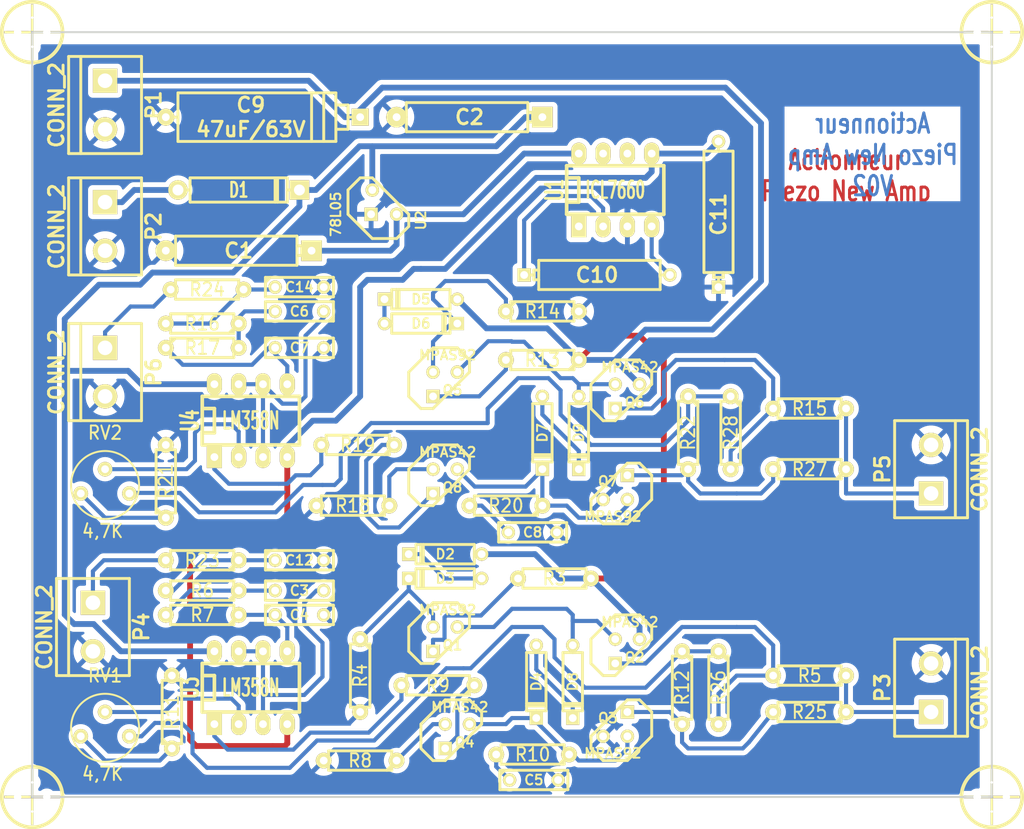
<source format=kicad_pcb>
(kicad_pcb (version 20221018) (generator pcbnew)
  (title_block (title "Actionneur_piezo"))
  (layers (0 "F.Cu" power "Composant") (31 "B.Cu" signal "Cuivre") (34 "B.Paste" user) (35 "F.Paste" user) (36 "B.SilkS" user "B.Silkscreen") (37 "F.SilkS" user "F.Silkscreen") (38 "B.Mask" user) (39 "F.Mask" user) (44 "Edge.Cuts" user))
  (net 0 "")
  (net 1 "+12V")
  (net 2 "-VAA")
  (net 3 "/12Vext")
  (net 4 "/ampli_h1")
  (net 5 "/ampli_h2")
  (net 6 "/ampli_h3")
  (net 7 "/ampli_h4")
  (net 8 "/ampli_h5")
  (net 9 "/ampli_h6")
  (net 10 "/ampli_h7")
  (net 11 "/ampli_h8")
  (net 12 "GND")
  (net 13 "HT")
  (net 14 "N-000005")
  (net 15 "N-000010")
  (net 16 "N-000011")
  (net 17 "N-000012")
  (net 18 "N-000013")
  (net 19 "N-000014")
  (net 20 "N-000015")
  (net 21 "N-000016")
  (net 22 "N-000017")
  (net 23 "N-000018")
  (net 24 "N-000019")
  (net 25 "N-000020")
  (net 26 "N-000021")
  (net 27 "N-000022")
  (net 28 "N-000023")
  (net 29 "N-000024")
  (net 30 "N-000025")
  (net 31 "N-000026")
  (net 32 "N-000027")
  (net 33 "N-000032")
  (net 34 "N-000033")
  (net 35 "N-000034")
  (net 36 "N-000035")
  (net 37 "N-000036")
  (net 38 "N-000037")
  (net 39 "N-000038")
  (net 40 "N-000039")
  (net 41 "N-000040")
  (net 42 "N-000041")
  (net 43 "N-000042")
  (net 44 "N-000043")
  (net 45 "N-000044")
  (net 46 "N-000045")
  (net 47 "N-000046")
  (net 48 "N-000047")
  (net 49 "N-000048")
  (net 50 "VCC")
  (footprint "bornier2" (layer "F.Cu") (at 95.885 59.436 -90)
    (fp_text reference "P1")
    (fp_text value "CONN_2")
  )
  (footprint "bornier2" (layer "F.Cu") (at 182.245 120.396 90)
    (fp_text reference "P3")
    (fp_text value "CONN_2")
  )
  (footprint "C2" (layer "F.Cu") (at 140.589 104.14)
    (fp_text reference "C8")
    (fp_text value "820pF" hide)
  )
  (footprint "C2" (layer "F.Cu") (at 116.205 112.776)
    (fp_text reference "C4")
    (fp_text value "4,7nF" hide)
  )
  (footprint "CP6" (layer "F.Cu") (at 133.985 60.706 180)
    (fp_text reference "C2")
    (fp_text value "47uF/20V" hide)
  )
  (footprint "CP8" (layer "F.Cu") (at 112.395 60.706 180)
    (fp_text reference "C9")
    (fp_text value "47uF/63V")
  )
  (footprint "C2" (layer "F.Cu") (at 140.716 130.048)
    (fp_text reference "C5")
    (fp_text value "820pF" hide)
  )
  (footprint "C2" (layer "F.Cu") (at 116.205 110.236 180)
    (fp_text reference "C3")
    (fp_text value "15nF" hide)
  )
  (footprint "C2" (layer "F.Cu") (at 116.205 81.026 180)
    (fp_text reference "C6")
    (fp_text value "15nF" hide)
  )
  (footprint "CP6" (layer "F.Cu") (at 109.855 74.676 180)
    (fp_text reference "C1")
    (fp_text value "47uF" hide)
  )
  (footprint "C2" (layer "F.Cu") (at 116.205 84.836)
    (fp_text reference "C7")
    (fp_text value "4,7nF" hide)
  )
  (footprint "D3" (layer "F.Cu") (at 128.905 82.296)
    (fp_text reference "D6")
    (fp_text value "1N4148" hide)
  )
  (footprint "D3" (layer "F.Cu") (at 140.97 119.761 -90)
    (fp_text reference "D4")
    (fp_text value "1N4148" hide)
  )
  (footprint "D3" (layer "F.Cu") (at 131.445 108.966 180)
    (fp_text reference "D3")
    (fp_text value "1N4148" hide)
  )
  (footprint "D3" (layer "F.Cu") (at 131.445 106.426 180)
    (fp_text reference "D2")
    (fp_text value "1N4148" hide)
  )
  (footprint "D5" (layer "F.Cu") (at 109.855 68.326)
    (fp_text reference "D1")
    (fp_text value "1N4007" hide)
  )
  (footprint "D3" (layer "F.Cu") (at 141.605 93.726 -90)
    (fp_text reference "D7")
    (fp_text value "1N4148" hide)
  )
  (footprint "D3" (layer "F.Cu") (at 128.905 79.756 180)
    (fp_text reference "D5")
    (fp_text value "1N4148" hide)
  )
  (footprint "LM78LXX" (layer "F.Cu") (at 125.095 69.596 90)
    (fp_text reference "U2")
    (fp_text value "78L05")
  )
  (footprint "R3-LARGE_PADS" (layer "F.Cu") (at 156.21 120.396 -90)
    (fp_text reference "R12")
    (fp_text value "220K" hide)
  )
  (footprint "R3-LARGE_PADS" (layer "F.Cu") (at 106.045 84.836)
    (fp_text reference "R17")
    (fp_text value "22K" hide)
  )
  (footprint "R3-LARGE_PADS" (layer "F.Cu") (at 142.875 108.966 180)
    (fp_text reference "R3")
    (fp_text value "470" hide)
  )
  (footprint "R3-LARGE_PADS" (layer "F.Cu") (at 121.793 101.346 180)
    (fp_text reference "R18")
    (fp_text value "1K" hide)
  )
  (footprint "R3-LARGE_PADS" (layer "F.Cu") (at 169.545 119.126 180)
    (fp_text reference "R5")
    (fp_text value "47" hide)
  )
  (footprint "R3-LARGE_PADS" (layer "F.Cu") (at 122.555 128.016 180)
    (fp_text reference "R8")
    (fp_text value "1K" hide)
  )
  (footprint "R3-LARGE_PADS" (layer "F.Cu") (at 141.605 86.106 180)
    (fp_text reference "R13")
    (fp_text value "470" hide)
  )
  (footprint "R3-LARGE_PADS" (layer "F.Cu") (at 156.845 93.726 -90)
    (fp_text reference "R22")
    (fp_text value "220K" hide)
  )
  (footprint "R3-LARGE_PADS" (layer "F.Cu") (at 102.87 122.936 90)
    (fp_text reference "R11")
    (fp_text value "4,7K" hide)
  )
  (footprint "R3-LARGE_PADS" (layer "F.Cu") (at 106.045 110.236 180)
    (fp_text reference "R6")
    (fp_text value "22K" hide)
  )
  (footprint "R3-LARGE_PADS" (layer "F.Cu") (at 102.235 98.806 90)
    (fp_text reference "R21")
    (fp_text value "4,7K" hide)
  )
  (footprint "R3-LARGE_PADS" (layer "F.Cu") (at 106.045 82.296 180)
    (fp_text reference "R16")
    (fp_text value "22K" hide)
  )
  (footprint "R3-LARGE_PADS" (layer "F.Cu") (at 122.301 94.996 180)
    (fp_text reference "R19")
    (fp_text value "1K" hide)
  )
  (footprint "R3-LARGE_PADS" (layer "F.Cu") (at 140.589 127.381 180)
    (fp_text reference "R10")
    (fp_text value "5,6K" hide)
  )
  (footprint "R3-LARGE_PADS" (layer "F.Cu") (at 137.795 101.346 180)
    (fp_text reference "R20")
    (fp_text value "5,6K" hide)
  )
  (footprint "R3-LARGE_PADS" (layer "F.Cu") (at 122.555 119.126 -90)
    (fp_text reference "R4")
    (fp_text value "220K" hide)
  )
  (footprint "R3-LARGE_PADS" (layer "F.Cu") (at 106.045 112.776 180)
    (fp_text reference "R7")
    (fp_text value "22K" hide)
  )
  (footprint "TO92-CBE" (layer "F.Cu") (at 149.225 124.206 180)
    (fp_text reference "Q3")
    (fp_text value "MPAS92")
  )
  (footprint "TO92-CBE" (layer "F.Cu") (at 131.445 88.646)
    (fp_text reference "Q5")
    (fp_text value "MPAS92")
  )
  (footprint "TO92-CBE" (layer "F.Cu") (at 149.225 99.441 180)
    (fp_text reference "Q7")
    (fp_text value "MPAS92")
  )
  (footprint "TO92-CBE" (layer "F.Cu") (at 150.495 89.916)
    (fp_text reference "Q6")
    (fp_text value "MPAS42")
  )
  (footprint "TO92-CBE" (layer "F.Cu") (at 131.445 115.316)
    (fp_text reference "Q1")
    (fp_text value "MPAS92")
  )
  (footprint "TO92-CBE" (layer "F.Cu") (at 150.495 116.586)
    (fp_text reference "Q2")
    (fp_text value "MPAS42")
  )
  (footprint "TO92-CBE" (layer "F.Cu") (at 132.715 125.476)
    (fp_text reference "Q4")
    (fp_text value "MPAS42")
  )
  (footprint "TO92-CBE" (layer "F.Cu") (at 131.445 98.806)
    (fp_text reference "Q8")
    (fp_text value "MPAS42")
  )
  (footprint "bornier2" (layer "F.Cu") (at 95.885 72.136 -90)
    (fp_text reference "P2")
    (fp_text value "CONN_2")
  )
  (footprint "DIP-8__300_ELL" (layer "F.Cu") (at 149.225 68.326)
    (fp_text reference "U1")
    (fp_text value "ICL7660")
  )
  (footprint "DIP-8__300_ELL" (layer "F.Cu") (at 111.125 92.456)
    (fp_text reference "U4")
    (fp_text value "LM358N")
  )
  (footprint "bornier2" (layer "F.Cu") (at 94.615 114.046 -90)
    (fp_text reference "P4")
    (fp_text value "CONN_2")
  )
  (footprint "bornier2" (layer "F.Cu") (at 182.245 97.536 90)
    (fp_text reference "P5")
    (fp_text value "CONN_2")
  )
  (footprint "bornier2" (layer "F.Cu") (at 95.885 87.376 -90)
    (fp_text reference "P6")
    (fp_text value "CONN_2")
  )
  (footprint "DIP-8__300_ELL" (layer "F.Cu") (at 111.125 120.396)
    (fp_text reference "U3")
    (fp_text value "LM358N")
  )
  (footprint "R3-LARGE_PADS" (layer "F.Cu") (at 130.683 120.142 180)
    (fp_text reference "R9")
    (fp_text value "1K" hide)
  )
  (footprint "R3-LARGE_PADS" (layer "F.Cu") (at 169.545 91.186 180)
    (fp_text reference "R15")
    (fp_text value "47" hide)
  )
  (footprint "RV2" (layer "F.Cu") (at 95.885 124.206)
    (fp_text reference "RV1")
    (fp_text value "4,7K")
  )
  (footprint "RV2" (layer "F.Cu") (at 95.885 98.806)
    (fp_text reference "RV2")
    (fp_text value "4,7K")
  )
  (footprint "MIRE" (layer "F.Cu") (at 188.595 51.816)
    (fp_text reference "MIRE" hide)
    (fp_text value "*" hide)
  )
  (footprint "MIRE" (layer "F.Cu") (at 88.265 51.816)
    (fp_text reference "MIRE" hide)
    (fp_text value "*" hide)
  )
  (footprint "MIRE" (layer "F.Cu") (at 88.265 131.826)
    (fp_text reference "MIRE" hide)
    (fp_text value "*" hide)
  )
  (footprint "MIRE" (layer "F.Cu") (at 188.595 131.826)
    (fp_text reference "MIRE" hide)
    (fp_text value "*" hide)
  )
  (footprint "CP6" (layer "F.Cu") (at 147.32 77.216)
    (fp_text reference "C10")
    (fp_text value "10uF" hide)
  )
  (footprint "CP6" (layer "F.Cu") (at 160.02 70.866 90)
    (fp_text reference "C11")
    (fp_text value "10uF" hide)
  )
  (footprint "R3-LARGE_PADS" (layer "F.Cu") (at 141.605 81.026)
    (fp_text reference "R14")
    (fp_text value "220K" hide)
  )
  (footprint "C2" (layer "F.Cu") (at 116.205 78.486)
    (fp_text reference "C14")
    (fp_text value "150nF" hide)
  )
  (footprint "C2" (layer "F.Cu") (at 116.205 107.061)
    (fp_text reference "C12")
    (fp_text value "150nF" hide)
  )
  (footprint "R3-LARGE_PADS" (layer "F.Cu") (at 106.045 107.061 180)
    (fp_text reference "R23")
    (fp_text value "1K" hide)
  )
  (footprint "R3-LARGE_PADS" (layer "F.Cu") (at 106.553 78.74 180)
    (fp_text reference "R24")
    (fp_text value "1K" hide)
  )
  (footprint "D3" (layer "F.Cu") (at 145.415 93.726 -90)
    (fp_text reference "D9")
    (fp_text value "1N4148" hide)
  )
  (footprint "D3" (layer "F.Cu") (at 144.78 119.761 -90)
    (fp_text reference "D8")
    (fp_text value "1N4148" hide)
  )
  (footprint "R3-LARGE_PADS" (layer "F.Cu") (at 169.545 122.936 180)
    (fp_text reference "R25")
    (fp_text value "47" hide)
  )
  (footprint "R3-LARGE_PADS" (layer "F.Cu") (at 160.02 120.396 -90)
    (fp_text reference "R26")
    (fp_text value "220K" hide)
  )
  (footprint "R3-LARGE_PADS" (layer "F.Cu") (at 169.545 97.536 180)
    (fp_text reference "R27")
    (fp_text value "47" hide)
  )
  (footprint "R3-LARGE_PADS" (layer "F.Cu") (at 161.29 93.726 -90)
    (fp_text reference "R28")
    (fp_text value "220K" hide)
  )
  (gr_line (start 88.265 131.826) (end 88.265 51.816) (stroke (width 0.2032)) (layer "Edge.Cuts"))
  (gr_line (start 88.265 51.816) (end 188.595 51.816) (stroke (width 0.2032)) (layer "Edge.Cuts"))
  (gr_line (start 188.595 131.826) (end 88.265 131.826) (stroke (width 0.2032)) (layer "Edge.Cuts"))
  (gr_line (start 188.595 51.816) (end 188.595 131.826) (stroke (width 0.2032)) (layer "Edge.Cuts"))
  (gr_text "Actionneur\nPiezo New Amp\nV02" (at 173.355 68.453) (layer "F.Cu") (effects (font (size 2.032 1.524) (thickness 0.3048))))
  (gr_text "Actionneur\nPiezo New Amp\nV02" (at 176.149 64.643) (layer "B.Cu") (effects (font (size 2.032 1.524) (thickness 0.3048)) (justify mirror)))
  (segment (start 91.6686 112.75314) (end 91.6686 87.249) (width 0.6096) (layer "B.Cu") (net 1))
  (segment (start 136.78916 63.74892) (end 139.83208 60.706) (width 0.6096) (layer "B.Cu") (net 1))
  (segment (start 122.4915 63.74892) (end 123.825 63.74892) (width 0.6096) (layer "B.Cu") (net 1))
  (segment (start 116.205 68.326) (end 117.91442 68.326) (width 0.6096) (layer "B.Cu") (net 1))
  (segment (start 123.825 68.326) (end 123.825 63.74892) (width 0.6096) (layer "B.Cu") (net 1))
  (segment (start 91.6686 81.8134) (end 95.25 78.232) (width 0.6096) (layer "B.Cu") (net 1))
  (segment (start 116.205 68.326) (end 116.205 70.03542) (width 0.6096) (layer "B.Cu") (net 1))
  (segment (start 141.605 60.706) (end 139.83208 60.706) (width 0.6096) (layer "B.Cu") (net 1))
  (segment (start 100.838 76.962) (end 109.27842 76.962) (width 0.6096) (layer "B.Cu") (net 1))
  (segment (start 91.6686 85.4837) (end 91.6686 81.8134) (width 0.6096) (layer "B.Cu") (net 1))
  (segment (start 117.91442 68.326) (end 122.4915 63.74892) (width 0.6096) (layer "B.Cu") (net 1))
  (segment (start 107.315 116.586) (end 97.54108 116.586) (width 0.6096) (layer "B.Cu") (net 1))
  (segment (start 99.695 88.646) (end 107.315 88.646) (width 0.6096) (layer "B.Cu") (net 1))
  (segment (start 91.6686 87.249) (end 98.298 87.249) (width 0.6096) (layer "B.Cu") (net 1))
  (segment (start 123.825 63.74892) (end 136.78916 63.74892) (width 0.6096) (layer "B.Cu") (net 1))
  (segment (start 116.205 70.03542) (end 109.27842 76.962) (width 0.6096) (layer "B.Cu") (net 1))
  (segment (start 98.298 87.249) (end 99.695 88.646) (width 0.6096) (layer "B.Cu") (net 1))
  (segment (start 95.25 78.232) (end 99.568 78.232) (width 0.6096) (layer "B.Cu") (net 1))
  (segment (start 92.64904 113.73358) (end 91.6686 112.75314) (width 0.6096) (layer "B.Cu") (net 1))
  (segment (start 94.68866 113.73358) (end 92.64904 113.73358) (width 0.6096) (layer "B.Cu") (net 1))
  (segment (start 99.568 78.232) (end 100.838 76.962) (width 0.6096) (layer "B.Cu") (net 1))
  (segment (start 91.6686 87.249) (end 91.6686 85.4837) (width 0.6096) (layer "B.Cu") (net 1))
  (segment (start 97.54108 116.586) (end 94.68866 113.73358) (width 0.6096) (layer "B.Cu") (net 1))
  (segment (start 114.935 96.266) (end 114.935 102.108) (width 0.6096) (layer "F.Cu") (net 2))
  (segment (start 105.41 126.492) (end 104.775 125.857) (width 0.6096) (layer "F.Cu") (net 2))
  (segment (start 112.776 104.521) (end 107.061 104.521) (width 0.6096) (layer "F.Cu") (net 2))
  (segment (start 107.061 104.521) (end 104.775 106.807) (width 0.6096) (layer "F.Cu") (net 2))
  (segment (start 104.775 106.807) (end 104.775 109.601) (width 0.6096) (layer "F.Cu") (net 2))
  (segment (start 114.681 126.492) (end 114.935 126.238) (width 0.6096) (layer "F.Cu") (net 2))
  (segment (start 113.411 126.492) (end 105.41 126.492) (width 0.6096) (layer "F.Cu") (net 2))
  (segment (start 104.775 109.601) (end 104.775 125.857) (width 0.6096) (layer "F.Cu") (net 2))
  (segment (start 114.935 102.362) (end 112.776 104.521) (width 0.6096) (layer "F.Cu") (net 2))
  (segment (start 114.935 126.238) (end 114.935 124.206) (width 0.6096) (layer "F.Cu") (net 2))
  (segment (start 113.411 126.492) (end 114.681 126.492) (width 0.6096) (layer "F.Cu") (net 2))
  (segment (start 114.935 102.108) (end 114.935 102.362) (width 0.6096) (layer "F.Cu") (net 2))
  (segment (start 128.143 76.581) (end 127 77.724) (width 0.6096) (layer "B.Cu") (net 2))
  (segment (start 120.015 92.456) (end 122.555 89.916) (width 0.6096) (layer "B.Cu") (net 2))
  (segment (start 123.317 77.724) (end 122.555 78.486) (width 0.6096) (layer "B.Cu") (net 2))
  (segment (start 127 77.724) (end 123.317 77.724) (width 0.6096) (layer "B.Cu") (net 2))
  (segment (start 153.035 64.516) (end 158.75 64.516) (width 0.6096) (layer "B.Cu") (net 2))
  (segment (start 153.035 66.421) (end 153.035 64.516) (width 0.6096) (layer "B.Cu") (net 2))
  (segment (start 140.97 67.056) (end 152.4 67.056) (width 0.6096) (layer "B.Cu") (net 2))
  (segment (start 152.4 67.056) (end 153.035 66.421) (width 0.6096) (layer "B.Cu") (net 2))
  (segment (start 131.445 76.581) (end 140.97 67.056) (width 0.6096) (layer "B.Cu") (net 2))
  (segment (start 158.75 64.516) (end 160.02 63.246) (width 0.6096) (layer "B.Cu") (net 2))
  (segment (start 122.555 89.916) (end 122.555 78.486) (width 0.6096) (layer "B.Cu") (net 2))
  (segment (start 114.935 96.266) (end 114.935 95.123) (width 0.6096) (layer "B.Cu") (net 2))
  (segment (start 128.905 76.581) (end 128.143 76.581) (width 0.6096) (layer "B.Cu") (net 2))
  (segment (start 117.602 92.456) (end 120.015 92.456) (width 0.6096) (layer "B.Cu") (net 2))
  (segment (start 128.905 76.581) (end 131.445 76.581) (width 0.6096) (layer "B.Cu") (net 2))
  (segment (start 114.935 95.123) (end 117.602 92.456) (width 0.6096) (layer "B.Cu") (net 2))
  (segment (start 98.92792 68.326) (end 97.65792 69.596) (width 0.6096) (layer "B.Cu") (net 3))
  (segment (start 103.505 68.326) (end 98.92792 68.326) (width 0.6096) (layer "B.Cu") (net 3))
  (segment (start 95.885 69.596) (end 97.65792 69.596) (width 0.6096) (layer "B.Cu") (net 3))
  (segment (start 118.745 110.236) (end 117.983 110.236) (width 0.4318) (layer "B.Cu") (net 4))
  (segment (start 116.713 111.506) (end 116.713 112.522) (width 0.4318) (layer "B.Cu") (net 4))
  (segment (start 116.713 112.522) (end 116.713 113.792) (width 0.4318) (layer "B.Cu") (net 4))
  (segment (start 112.395 121.158) (end 112.395 116.586) (width 0.4318) (layer "B.Cu") (net 4))
  (segment (start 118.618 119.253) (end 116.713 121.158) (width 0.4318) (layer "B.Cu") (net 4))
  (segment (start 118.618 115.697) (end 118.618 119.253) (width 0.4318) (layer "B.Cu") (net 4))
  (segment (start 112.395 116.586) (end 109.855 116.586) (width 0.4318) (layer "B.Cu") (net 4))
  (segment (start 117.983 110.236) (end 116.713 111.506) (width 0.4318) (layer "B.Cu") (net 4))
  (segment (start 116.713 113.792) (end 118.618 115.697) (width 0.4318) (layer "B.Cu") (net 4))
  (segment (start 112.395 124.206) (end 112.395 121.158) (width 0.4318) (layer "B.Cu") (net 4))
  (segment (start 116.713 121.158) (end 112.395 121.158) (width 0.4318) (layer "B.Cu") (net 4))
  (segment (start 112.395 88.646) (end 112.395 96.266) (width 0.4318) (layer "B.Cu") (net 5))
  (segment (start 114.427 90.678) (end 112.395 88.646) (width 0.4318) (layer "B.Cu") (net 5))
  (segment (start 116.84 89.916) (end 116.078 90.678) (width 0.4318) (layer "B.Cu") (net 5))
  (segment (start 118.745 81.026) (end 118.745 81.661) (width 0.4318) (layer "B.Cu") (net 5))
  (segment (start 118.745 81.661) (end 116.84 83.566) (width 0.4318) (layer "B.Cu") (net 5))
  (segment (start 116.84 83.566) (end 116.84 89.916) (width 0.4318) (layer "B.Cu") (net 5))
  (segment (start 116.078 90.678) (end 114.427 90.678) (width 0.4318) (layer "B.Cu") (net 5))
  (segment (start 109.855 88.646) (end 112.395 88.646) (width 0.4318) (layer "B.Cu") (net 5))
  (segment (start 173.355 122.936) (end 182.245 122.936) (width 0.4318) (layer "B.Cu") (net 6))
  (segment (start 173.355 122.936) (end 173.355 119.126) (width 0.4318) (layer "B.Cu") (net 6))
  (segment (start 94.615 108.204) (end 95.758 107.061) (width 0.4318) (layer "B.Cu") (net 7))
  (segment (start 95.758 107.061) (end 102.235 107.061) (width 0.4318) (layer "B.Cu") (net 7))
  (segment (start 94.615 111.506) (end 94.615 108.204) (width 0.4318) (layer "B.Cu") (net 7))
  (segment (start 173.355 97.536) (end 173.355 91.186) (width 0.4318) (layer "B.Cu") (net 8))
  (segment (start 173.355 100.076) (end 182.245 100.076) (width 0.4318) (layer "B.Cu") (net 8))
  (segment (start 173.355 97.536) (end 173.355 100.076) (width 0.4318) (layer "B.Cu") (net 8))
  (segment (start 95.885 84.836) (end 95.885 83.185) (width 0.4318) (layer "B.Cu") (net 9))
  (segment (start 98.552 80.518) (end 100.965 80.518) (width 0.4318) (layer "B.Cu") (net 9))
  (segment (start 95.885 83.185) (end 98.552 80.518) (width 0.4318) (layer "B.Cu") (net 9))
  (segment (start 100.965 80.518) (end 102.743 78.74) (width 0.4318) (layer "B.Cu") (net 9))
  (segment (start 101.092 124.079) (end 103.886 124.079) (width 0.4318) (layer "B.Cu") (net 10))
  (segment (start 115.189 128.778) (end 106.553 128.778) (width 0.4318) (layer "B.Cu") (net 10))
  (segment (start 131.572 118.364) (end 133.35 118.364) (width 0.4318) (layer "B.Cu") (net 10))
  (segment (start 142.875 115.316) (end 142.875 117.221) (width 0.4318) (layer "B.Cu") (net 10))
  (segment (start 142.875 117.221) (end 146.05 120.396) (width 0.4318) (layer "B.Cu") (net 10))
  (segment (start 98.425 125.476) (end 99.695 125.476) (width 0.4318) (layer "B.Cu") (net 10))
  (segment (start 103.886 124.079) (end 105.029 125.222) (width 0.4318) (layer "B.Cu") (net 10))
  (segment (start 152.4 120.396) (end 156.21 116.586) (width 0.4318) (layer "B.Cu") (net 10))
  (segment (start 124.0155 125.9205) (end 131.572 118.364) (width 0.4318) (layer "B.Cu") (net 10))
  (segment (start 99.695 125.476) (end 101.092 124.079) (width 0.4318) (layer "B.Cu") (net 10))
  (segment (start 134.112 118.364) (end 138.43 114.046) (width 0.4318) (layer "B.Cu") (net 10))
  (segment (start 124.0155 125.9205) (end 118.0465 125.9205) (width 0.4318) (layer "B.Cu") (net 10))
  (segment (start 133.35 118.364) (end 134.112 118.364) (width 0.4318) (layer "B.Cu") (net 10))
  (segment (start 152.4 120.396) (end 146.05 120.396) (width 0.4318) (layer "B.Cu") (net 10))
  (segment (start 105.029 125.222) (end 105.029 127.254) (width 0.4318) (layer "B.Cu") (net 10))
  (segment (start 141.605 114.046) (end 142.875 115.316) (width 0.4318) (layer "B.Cu") (net 10))
  (segment (start 160.02 116.586) (end 156.21 116.586) (width 0.4318) (layer "B.Cu") (net 10))
  (segment (start 118.0465 125.9205) (end 117.221 126.746) (width 0.4318) (layer "B.Cu") (net 10))
  (segment (start 138.43 114.046) (end 141.605 114.046) (width 0.4318) (layer "B.Cu") (net 10))
  (segment (start 117.221 126.746) (end 115.189 128.778) (width 0.4318) (layer "B.Cu") (net 10))
  (segment (start 106.553 128.778) (end 105.029 127.254) (width 0.4318) (layer "B.Cu") (net 10))
  (segment (start 113.7285 102.0445) (end 116.078 99.695) (width 0.4318) (layer "B.Cu") (net 11))
  (segment (start 118.618 99.187) (end 116.586 99.187) (width 0.4318) (layer "B.Cu") (net 11))
  (segment (start 156.845 89.916) (end 161.29 89.916) (width 0.4318) (layer "B.Cu") (net 11))
  (segment (start 156.845 92.456) (end 154.305 94.996) (width 0.4318) (layer "B.Cu") (net 11))
  (segment (start 143.51 91.821) (end 146.685 94.996) (width 0.4318) (layer "B.Cu") (net 11))
  (segment (start 119.888 99.187) (end 120.523 98.552) (width 0.4318) (layer "B.Cu") (net 11))
  (segment (start 105.7275 102.0445) (end 103.69804 100.01504) (width 0.4318) (layer "B.Cu") (net 11))
  (segment (start 156.845 89.916) (end 156.845 92.456) (width 0.4318) (layer "B.Cu") (net 11))
  (segment (start 120.523 95.885) (end 120.523 98.552) (width 0.4318) (layer "B.Cu") (net 11))
  (segment (start 116.586 99.187) (end 116.078 99.695) (width 0.4318) (layer "B.Cu") (net 11))
  (segment (start 135.89 92.71) (end 135.89 91.186) (width 0.4318) (layer "B.Cu") (net 11))
  (segment (start 135.89 91.186) (end 139.065 88.011) (width 0.4318) (layer "B.Cu") (net 11))
  (segment (start 118.618 99.187) (end 119.888 99.187) (width 0.4318) (layer "B.Cu") (net 11))
  (segment (start 142.24 88.011) (end 143.51 89.281) (width 0.4318) (layer "B.Cu") (net 11))
  (segment (start 123.698 92.71) (end 120.523 95.885) (width 0.4318) (layer "B.Cu") (net 11))
  (segment (start 135.89 92.71) (end 123.698 92.71) (width 0.4318) (layer "B.Cu") (net 11))
  (segment (start 105.7275 102.0445) (end 113.7285 102.0445) (width 0.4318) (layer "B.Cu") (net 11))
  (segment (start 98.48596 100.01504) (end 103.69804 100.01504) (width 0.4318) (layer "B.Cu") (net 11))
  (segment (start 154.305 94.996) (end 146.685 94.996) (width 0.4318) (layer "B.Cu") (net 11))
  (segment (start 139.065 88.011) (end 142.24 88.011) (width 0.4318) (layer "B.Cu") (net 11))
  (segment (start 98.425 100.076) (end 98.48596 100.01504) (width 0.4318) (layer "B.Cu") (net 11))
  (segment (start 143.51 89.281) (end 143.51 91.821) (width 0.4318) (layer "B.Cu") (net 11))
  (segment (start 156.21 68.961) (end 160.02 72.771) (width 0.6096) (layer "B.Cu") (net 12))
  (segment (start 123.825 70.866) (end 125.73 68.961) (width 0.6096) (layer "B.Cu") (net 12))
  (segment (start 150.495 70.231) (end 151.765 68.961) (width 0.6096) (layer "B.Cu") (net 12))
  (segment (start 123.698 70.866) (end 123.825 70.866) (width 0.6096) (layer "B.Cu") (net 12))
  (segment (start 160.02 72.771) (end 160.02 78.486) (width 0.6096) (layer "B.Cu") (net 12))
  (segment (start 150.495 72.136) (end 150.495 70.231) (width 0.6096) (layer "B.Cu") (net 12))
  (segment (start 151.765 68.961) (end 156.21 68.961) (width 0.6096) (layer "B.Cu") (net 12))
  (segment (start 145.415 86.106) (end 147.955 83.566) (width 0.6096) (layer "F.Cu") (net 13))
  (segment (start 151.765 108.966) (end 146.685 108.966) (width 0.6096) (layer "F.Cu") (net 13))
  (segment (start 147.955 83.566) (end 151.765 83.566) (width 0.6096) (layer "F.Cu") (net 13))
  (segment (start 154.305 106.426) (end 151.765 108.966) (width 0.6096) (layer "F.Cu") (net 13))
  (segment (start 151.765 83.566) (end 154.305 86.106) (width 0.6096) (layer "F.Cu") (net 13))
  (segment (start 154.305 86.106) (end 154.305 106.426) (width 0.6096) (layer "F.Cu") (net 13))
  (segment (start 121.76506 60.706) (end 120.97258 60.706) (width 0.6096) (layer "B.Cu") (net 13))
  (segment (start 117.16258 56.896) (end 95.885 56.896) (width 0.6096) (layer "B.Cu") (net 13))
  (segment (start 121.76506 60.706) (end 124.8537 57.61736) (width 0.6096) (layer "B.Cu") (net 13))
  (segment (start 151.765 114.04854) (end 150.93696 113.21542) (width 0.6096) (layer "B.Cu") (net 13))
  (segment (start 159.385 82.931) (end 152.4 82.931) (width 0.6096) (layer "B.Cu") (net 13))
  (segment (start 120.97258 60.706) (end 117.16258 56.896) (width 0.6096) (layer "B.Cu") (net 13))
  (segment (start 151.765 115.316) (end 151.765 114.04854) (width 0.6096) (layer "B.Cu") (net 13))
  (segment (start 135.255 106.426) (end 140.716 106.426) (width 0.6096) (layer "B.Cu") (net 13))
  (segment (start 164.465 77.851) (end 159.385 82.931) (width 0.6096) (layer "B.Cu") (net 13))
  (segment (start 149.225 86.106) (end 145.415 86.106) (width 0.6096) (layer "B.Cu") (net 13))
  (segment (start 140.843 106.426) (end 143.383 108.966) (width 0.6096) (layer "B.Cu") (net 13))
  (segment (start 152.4 82.931) (end 149.225 86.106) (width 0.6096) (layer "B.Cu") (net 13))
  (segment (start 160.74136 57.61736) (end 164.465 61.341) (width 0.6096) (layer "B.Cu") (net 13))
  (segment (start 164.465 61.341) (end 164.465 77.851) (width 0.6096) (layer "B.Cu") (net 13))
  (segment (start 146.685 108.966) (end 150.93696 113.21542) (width 0.6096) (layer "B.Cu") (net 13))
  (segment (start 132.715 79.756) (end 135.76046 82.80146) (width 0.6096) (layer "B.Cu") (net 13))
  (segment (start 140.716 106.426) (end 140.843 106.426) (width 0.6096) (layer "B.Cu") (net 13))
  (segment (start 151.765 88.646) (end 149.225 86.106) (width 0.6096) (layer "B.Cu") (net 13))
  (segment (start 124.8537 57.61736) (end 160.74136 57.61736) (width 0.6096) (layer "B.Cu") (net 13))
  (segment (start 143.383 108.966) (end 146.685 108.966) (width 0.6096) (layer "B.Cu") (net 13))
  (segment (start 122.555 60.706) (end 121.76506 60.706) (width 0.6096) (layer "B.Cu") (net 13))
  (segment (start 135.76046 82.80146) (end 142.11046 82.80146) (width 0.6096) (layer "B.Cu") (net 13))
  (segment (start 142.11046 82.80146) (end 145.415 86.106) (width 0.6096) (layer "B.Cu") (net 13))
  (segment (start 153.035 75.311) (end 154.94 77.216) (width 0.4318) (layer "B.Cu") (net 14))
  (segment (start 153.035 72.136) (end 153.035 75.311) (width 0.4318) (layer "B.Cu") (net 14))
  (segment (start 139.7 77.216) (end 139.7 71.501) (width 0.4318) (layer "B.Cu") (net 15))
  (segment (start 146.685 68.961) (end 147.955 70.231) (width 0.4318) (layer "B.Cu") (net 15))
  (segment (start 142.24 68.961) (end 146.685 68.961) (width 0.4318) (layer "B.Cu") (net 15))
  (segment (start 147.955 70.231) (end 147.955 72.136) (width 0.4318) (layer "B.Cu") (net 15))
  (segment (start 139.7 71.501) (end 142.24 68.961) (width 0.4318) (layer "B.Cu") (net 15))
  (segment (start 134.112 120.142) (end 132.715 121.539) (width 0.4318) (layer "B.Cu") (net 16))
  (segment (start 134.493 120.142) (end 134.112 120.142) (width 0.4318) (layer "B.Cu") (net 16))
  (segment (start 132.715 121.539) (end 132.715 125.476) (width 0.4318) (layer "B.Cu") (net 16))
  (segment (start 132.715 125.476) (end 131.445 126.746) (width 0.4318) (layer "B.Cu") (net 16))
  (segment (start 135.255 108.966) (end 131.37642 108.966) (width 0.4318) (layer "B.Cu") (net 17))
  (segment (start 131.37642 108.966) (end 128.83642 106.426) (width 0.4318) (layer "B.Cu") (net 17))
  (segment (start 127.635 106.426) (end 128.83642 106.426) (width 0.4318) (layer "B.Cu") (net 17))
  (segment (start 102.235 112.776) (end 104.775 110.236) (width 0.4318) (layer "B.Cu") (net 18))
  (segment (start 113.665 110.236) (end 109.855 110.236) (width 0.4318) (layer "B.Cu") (net 18))
  (segment (start 104.775 110.236) (end 109.855 110.236) (width 0.4318) (layer "B.Cu") (net 18))
  (segment (start 106.172 107.061) (end 109.855 107.061) (width 0.4318) (layer "B.Cu") (net 19))
  (segment (start 109.855 107.061) (end 113.665 107.061) (width 0.4318) (layer "B.Cu") (net 19))
  (segment (start 102.235 110.236) (end 102.997 110.236) (width 0.4318) (layer "B.Cu") (net 19))
  (segment (start 102.997 110.236) (end 106.172 107.061) (width 0.4318) (layer "B.Cu") (net 19))
  (segment (start 136.779 128.651) (end 138.176 130.048) (width 0.4318) (layer "B.Cu") (net 20))
  (segment (start 136.779 127.381) (end 136.779 128.651) (width 0.4318) (layer "B.Cu") (net 20))
  (segment (start 161.925 119.126) (end 165.735 119.126) (width 0.4318) (layer "B.Cu") (net 21))
  (segment (start 165.735 119.126) (end 165.735 115.951) (width 0.4318) (layer "B.Cu") (net 21))
  (segment (start 165.735 115.951) (end 163.83 114.046) (width 0.4318) (layer "B.Cu") (net 21))
  (segment (start 156.21 114.046) (end 152.4 117.856) (width 0.4318) (layer "B.Cu") (net 21))
  (segment (start 160.02 121.031) (end 161.925 119.126) (width 0.4318) (layer "B.Cu") (net 21))
  (segment (start 152.4 117.856) (end 149.225 117.856) (width 0.4318) (layer "B.Cu") (net 21))
  (segment (start 161.925 114.046) (end 156.21 114.046) (width 0.4318) (layer "B.Cu") (net 21))
  (segment (start 160.02 124.206) (end 160.02 121.031) (width 0.4318) (layer "B.Cu") (net 21))
  (segment (start 163.83 114.046) (end 161.925 114.046) (width 0.4318) (layer "B.Cu") (net 21))
  (segment (start 162.56 126.746) (end 163.195 126.111) (width 0.4318) (layer "B.Cu") (net 22))
  (segment (start 156.845 126.746) (end 162.56 126.746) (width 0.4318) (layer "B.Cu") (net 22))
  (segment (start 163.195 126.111) (end 165.735 122.936) (width 0.4318) (layer "B.Cu") (net 22))
  (segment (start 150.495 122.936) (end 154.94 122.936) (width 0.4318) (layer "B.Cu") (net 22))
  (segment (start 156.21 124.206) (end 156.21 126.111) (width 0.4318) (layer "B.Cu") (net 22))
  (segment (start 156.21 126.111) (end 156.845 126.746) (width 0.4318) (layer "B.Cu") (net 22))
  (segment (start 154.94 122.936) (end 156.21 124.206) (width 0.4318) (layer "B.Cu") (net 22))
  (segment (start 102.87 126.746) (end 101.6 128.016) (width 0.4318) (layer "B.Cu") (net 23))
  (segment (start 95.885 128.016) (end 101.6 128.016) (width 0.4318) (layer "B.Cu") (net 23))
  (segment (start 93.345 125.476) (end 95.885 128.016) (width 0.4318) (layer "B.Cu") (net 23))
  (segment (start 127.635 108.966) (end 127.635 110.16742) (width 0.4318) (layer "B.Cu") (net 24))
  (segment (start 130.175 112.70742) (end 130.175 114.046) (width 0.4318) (layer "B.Cu") (net 24))
  (segment (start 122.555 115.316) (end 122.555 115.24742) (width 0.4318) (layer "B.Cu") (net 24))
  (segment (start 122.555 115.24742) (end 127.635 110.16742) (width 0.4318) (layer "B.Cu") (net 24))
  (segment (start 127.635 110.16742) (end 130.175 112.70742) (width 0.4318) (layer "B.Cu") (net 24))
  (segment (start 126.365 128.016) (end 130.175 124.206) (width 0.4318) (layer "B.Cu") (net 25))
  (segment (start 130.175 124.206) (end 131.445 124.206) (width 0.4318) (layer "B.Cu") (net 25))
  (segment (start 107.315 125.476) (end 107.315 124.206) (width 0.4318) (layer "B.Cu") (net 26))
  (segment (start 117.348 125.095) (end 123.444 125.095) (width 0.4318) (layer "B.Cu") (net 26))
  (segment (start 126.873 121.666) (end 126.873 120.142) (width 0.4318) (layer "B.Cu") (net 26))
  (segment (start 116.5225 125.9205) (end 117.348 125.095) (width 0.4318) (layer "B.Cu") (net 26))
  (segment (start 115.57 126.873) (end 108.712 126.873) (width 0.4318) (layer "B.Cu") (net 26))
  (segment (start 116.5225 125.9205) (end 115.57 126.873) (width 0.4318) (layer "B.Cu") (net 26))
  (segment (start 123.444 125.095) (end 126.873 121.666) (width 0.4318) (layer "B.Cu") (net 26))
  (segment (start 108.712 126.873) (end 107.315 125.476) (width 0.4318) (layer "B.Cu") (net 26))
  (segment (start 109.093 121.539) (end 109.855 122.301) (width 0.4318) (layer "B.Cu") (net 27))
  (segment (start 103.505 121.539) (end 109.093 121.539) (width 0.4318) (layer "B.Cu") (net 27))
  (segment (start 95.885 122.936) (end 102.108 122.936) (width 0.4318) (layer "B.Cu") (net 27))
  (segment (start 102.108 122.936) (end 103.505 121.539) (width 0.4318) (layer "B.Cu") (net 27))
  (segment (start 109.855 122.301) (end 109.855 124.206) (width 0.4318) (layer "B.Cu") (net 27))
  (segment (start 140.97 118.491) (end 144.78 122.301) (width 0.4318) (layer "B.Cu") (net 28))
  (segment (start 144.78 122.301) (end 144.78 123.571) (width 0.4318) (layer "B.Cu") (net 28))
  (segment (start 140.97 115.951) (end 140.97 118.491) (width 0.4318) (layer "B.Cu") (net 28))
  (segment (start 109.855 112.776) (end 113.665 112.776) (width 0.4318) (layer "B.Cu") (net 29))
  (segment (start 113.665 112.776) (end 114.935 114.046) (width 0.4318) (layer "B.Cu") (net 29))
  (segment (start 114.935 114.046) (end 114.935 116.586) (width 0.4318) (layer "B.Cu") (net 29))
  (segment (start 144.78 127.381) (end 145.415 128.016) (width 0.4318) (layer "B.Cu") (net 30))
  (segment (start 150.495 126.746) (end 150.495 125.476) (width 0.4318) (layer "B.Cu") (net 30))
  (segment (start 144.399 127.381) (end 144.78 127.381) (width 0.4318) (layer "B.Cu") (net 30))
  (segment (start 133.985 124.206) (end 137.795 124.206) (width 0.4318) (layer "B.Cu") (net 30))
  (segment (start 140.97 123.571) (end 140.97 123.952) (width 0.4318) (layer "B.Cu") (net 30))
  (segment (start 149.225 128.016) (end 150.495 126.746) (width 0.4318) (layer "B.Cu") (net 30))
  (segment (start 140.97 123.952) (end 144.399 127.381) (width 0.4318) (layer "B.Cu") (net 30))
  (segment (start 145.415 128.016) (end 149.225 128.016) (width 0.4318) (layer "B.Cu") (net 30))
  (segment (start 138.43 123.571) (end 140.97 123.571) (width 0.4318) (layer "B.Cu") (net 30))
  (segment (start 137.795 124.206) (end 138.43 123.571) (width 0.4318) (layer "B.Cu") (net 30))
  (segment (start 144.78 112.776) (end 144.145 112.141) (width 0.4318) (layer "B.Cu") (net 31))
  (segment (start 144.78 113.411) (end 144.78 112.776) (width 0.4318) (layer "B.Cu") (net 31))
  (segment (start 136.525 114.046) (end 132.715 114.046) (width 0.4318) (layer "B.Cu") (net 31))
  (segment (start 144.78 115.951) (end 144.78 113.411) (width 0.4318) (layer "B.Cu") (net 31))
  (segment (start 138.43 112.141) (end 136.525 114.046) (width 0.4318) (layer "B.Cu") (net 31))
  (segment (start 149.225 115.316) (end 147.32 113.411) (width 0.4318) (layer "B.Cu") (net 31))
  (segment (start 144.145 112.141) (end 138.43 112.141) (width 0.4318) (layer "B.Cu") (net 31))
  (segment (start 147.32 113.411) (end 144.78 113.411) (width 0.4318) (layer "B.Cu") (net 31))
  (segment (start 131.37642 115.26266) (end 131.37642 113.03254) (width 0.4318) (layer "B.Cu") (net 32))
  (segment (start 130.175 115.38458) (end 131.2545 115.38458) (width 0.4318) (layer "B.Cu") (net 32))
  (segment (start 130.175 116.586) (end 130.175 115.38458) (width 0.4318) (layer "B.Cu") (net 32))
  (segment (start 135.18896 112.84204) (end 139.065 108.966) (width 0.4318) (layer "B.Cu") (net 32))
  (segment (start 131.2545 115.38458) (end 131.37642 115.26266) (width 0.4318) (layer "B.Cu") (net 32))
  (segment (start 131.56692 112.84204) (end 135.18896 112.84204) (width 0.4318) (layer "B.Cu") (net 32))
  (segment (start 131.37642 113.03254) (end 131.56692 112.84204) (width 0.4318) (layer "B.Cu") (net 32))
  (segment (start 124.841 94.996) (end 123.19 96.647) (width 0.4318) (layer "B.Cu") (net 33))
  (segment (start 124.46 103.632) (end 126.619 103.632) (width 0.4318) (layer "B.Cu") (net 33))
  (segment (start 126.111 94.996) (end 124.841 94.996) (width 0.4318) (layer "B.Cu") (net 33))
  (segment (start 126.619 103.632) (end 130.175 100.076) (width 0.4318) (layer "B.Cu") (net 33))
  (segment (start 123.19 102.362) (end 124.46 103.632) (width 0.4318) (layer "B.Cu") (net 33))
  (segment (start 123.19 96.647) (end 123.19 102.362) (width 0.4318) (layer "B.Cu") (net 33))
  (segment (start 125.095 79.756) (end 125.095 82.296) (width 0.4318) (layer "B.Cu") (net 34))
  (segment (start 109.855 84.836) (end 109.855 82.296) (width 0.4318) (layer "B.Cu") (net 35))
  (segment (start 109.855 81.661) (end 110.49 81.026) (width 0.4318) (layer "B.Cu") (net 35))
  (segment (start 110.49 81.026) (end 113.665 81.026) (width 0.4318) (layer "B.Cu") (net 35))
  (segment (start 109.855 82.296) (end 109.855 81.661) (width 0.4318) (layer "B.Cu") (net 35))
  (segment (start 110.363 78.74) (end 113.411 78.74) (width 0.4318) (layer "B.Cu") (net 36))
  (segment (start 102.235 82.296) (end 106.807 82.296) (width 0.4318) (layer "B.Cu") (net 36))
  (segment (start 106.807 82.296) (end 110.363 78.74) (width 0.4318) (layer "B.Cu") (net 36))
  (segment (start 113.411 78.74) (end 113.665 78.486) (width 0.4318) (layer "B.Cu") (net 36))
  (segment (start 135.255 101.346) (end 138.049 104.14) (width 0.4318) (layer "B.Cu") (net 37))
  (segment (start 133.985 101.346) (end 135.255 101.346) (width 0.4318) (layer "B.Cu") (net 37))
  (segment (start 165.735 88.011) (end 163.83 86.106) (width 0.4318) (layer "B.Cu") (net 38))
  (segment (start 161.29 95.631) (end 165.735 91.186) (width 0.4318) (layer "B.Cu") (net 38))
  (segment (start 154.305 89.916) (end 153.035 91.186) (width 0.4318) (layer "B.Cu") (net 38))
  (segment (start 163.83 86.106) (end 160.655 86.106) (width 0.4318) (layer "B.Cu") (net 38))
  (segment (start 155.575 86.106) (end 160.655 86.106) (width 0.4318) (layer "B.Cu") (net 38))
  (segment (start 149.225 91.186) (end 153.035 91.186) (width 0.4318) (layer "B.Cu") (net 38))
  (segment (start 165.735 91.186) (end 165.735 88.011) (width 0.4318) (layer "B.Cu") (net 38))
  (segment (start 161.29 97.536) (end 161.29 95.631) (width 0.4318) (layer "B.Cu") (net 38))
  (segment (start 154.305 87.376) (end 155.575 86.106) (width 0.4318) (layer "B.Cu") (net 38))
  (segment (start 154.305 89.916) (end 154.305 87.376) (width 0.4318) (layer "B.Cu") (net 38))
  (segment (start 156.845 97.536) (end 156.845 98.806) (width 0.4318) (layer "B.Cu") (net 39))
  (segment (start 156.845 98.806) (end 158.115 100.076) (width 0.4318) (layer "B.Cu") (net 39))
  (segment (start 165.735 98.806) (end 164.465 100.076) (width 0.4318) (layer "B.Cu") (net 39))
  (segment (start 165.735 97.536) (end 165.735 98.806) (width 0.4318) (layer "B.Cu") (net 39))
  (segment (start 164.465 100.076) (end 161.925 100.076) (width 0.4318) (layer "B.Cu") (net 39))
  (segment (start 158.115 100.076) (end 161.925 100.076) (width 0.4318) (layer "B.Cu") (net 39))
  (segment (start 150.495 98.171) (end 156.21 98.171) (width 0.4318) (layer "B.Cu") (net 39))
  (segment (start 156.21 98.171) (end 156.845 97.536) (width 0.4318) (layer "B.Cu") (net 39))
  (segment (start 95.885 102.616) (end 102.235 102.616) (width 0.4318) (layer "B.Cu") (net 40))
  (segment (start 93.345 100.076) (end 95.885 102.616) (width 0.4318) (layer "B.Cu") (net 40))
  (segment (start 130.175 84.201) (end 130.175 87.376) (width 0.4318) (layer "B.Cu") (net 41))
  (segment (start 130.175 79.756) (end 132.715 82.296) (width 0.4318) (layer "B.Cu") (net 41))
  (segment (start 132.715 82.296) (end 132.08 82.296) (width 0.4318) (layer "B.Cu") (net 41))
  (segment (start 137.795 79.756) (end 135.89 77.851) (width 0.4318) (layer "B.Cu") (net 41))
  (segment (start 135.89 77.851) (end 131.445 77.851) (width 0.4318) (layer "B.Cu") (net 41))
  (segment (start 130.175 79.121) (end 130.175 79.756) (width 0.4318) (layer "B.Cu") (net 41))
  (segment (start 137.795 81.026) (end 137.795 79.756) (width 0.4318) (layer "B.Cu") (net 41))
  (segment (start 132.08 82.296) (end 130.175 84.201) (width 0.4318) (layer "B.Cu") (net 41))
  (segment (start 131.445 77.851) (end 130.175 79.121) (width 0.4318) (layer "B.Cu") (net 41))
  (segment (start 125.603 98.298) (end 125.603 101.346) (width 0.4318) (layer "B.Cu") (net 42))
  (segment (start 130.175 97.536) (end 126.365 97.536) (width 0.4318) (layer "B.Cu") (net 42))
  (segment (start 126.365 97.536) (end 125.603 98.298) (width 0.4318) (layer "B.Cu") (net 42))
  (segment (start 107.315 96.266) (end 107.315 97.536) (width 0.4318) (layer "B.Cu") (net 43))
  (segment (start 116.967 98.171) (end 117.348 98.171) (width 0.4318) (layer "B.Cu") (net 43))
  (segment (start 114.935 99.06) (end 115.824 98.171) (width 0.4318) (layer "B.Cu") (net 43))
  (segment (start 116.967 98.171) (end 115.824 98.171) (width 0.4318) (layer "B.Cu") (net 43))
  (segment (start 108.839 99.06) (end 114.046 99.06) (width 0.4318) (layer "B.Cu") (net 43))
  (segment (start 118.491 97.028) (end 118.491 94.996) (width 0.4318) (layer "B.Cu") (net 43))
  (segment (start 114.046 99.06) (end 114.935 99.06) (width 0.4318) (layer "B.Cu") (net 43))
  (segment (start 117.348 98.171) (end 118.491 97.028) (width 0.4318) (layer "B.Cu") (net 43))
  (segment (start 107.315 97.536) (end 108.839 99.06) (width 0.4318) (layer "B.Cu") (net 43))
  (segment (start 115.824 98.171) (end 114.935 99.06) (width 0.4318) (layer "B.Cu") (net 43))
  (segment (start 106.172 92.837) (end 109.093 92.837) (width 0.4318) (layer "B.Cu") (net 44))
  (segment (start 109.855 93.599) (end 109.855 96.266) (width 0.4318) (layer "B.Cu") (net 44))
  (segment (start 105.283 93.726) (end 106.172 92.837) (width 0.4318) (layer "B.Cu") (net 44))
  (segment (start 95.885 97.536) (end 104.394 97.536) (width 0.4318) (layer "B.Cu") (net 44))
  (segment (start 105.283 96.647) (end 105.283 93.726) (width 0.4318) (layer "B.Cu") (net 44))
  (segment (start 109.093 92.837) (end 109.855 93.599) (width 0.4318) (layer "B.Cu") (net 44))
  (segment (start 104.394 97.536) (end 105.283 96.647) (width 0.4318) (layer "B.Cu") (net 44))
  (segment (start 141.605 91.821) (end 145.415 95.631) (width 0.4318) (layer "B.Cu") (net 45))
  (segment (start 145.415 95.631) (end 145.415 97.536) (width 0.4318) (layer "B.Cu") (net 45))
  (segment (start 141.605 89.916) (end 141.605 91.821) (width 0.4318) (layer "B.Cu") (net 45))
  (segment (start 113.665 85.471) (end 114.935 86.741) (width 0.4318) (layer "B.Cu") (net 46))
  (segment (start 111.252 86.614) (end 104.013 86.614) (width 0.4318) (layer "B.Cu") (net 46))
  (segment (start 113.03 84.836) (end 111.252 86.614) (width 0.4318) (layer "B.Cu") (net 46))
  (segment (start 113.665 84.836) (end 113.03 84.836) (width 0.4318) (layer "B.Cu") (net 46))
  (segment (start 113.665 84.836) (end 113.665 85.471) (width 0.4318) (layer "B.Cu") (net 46))
  (segment (start 104.013 86.614) (end 102.235 84.836) (width 0.4318) (layer "B.Cu") (net 46))
  (segment (start 114.935 86.741) (end 114.935 88.646) (width 0.4318) (layer "B.Cu") (net 46))
  (segment (start 145.415 102.616) (end 144.145 101.346) (width 0.4318) (layer "B.Cu") (net 47))
  (segment (start 134.53364 99.35464) (end 132.715 97.536) (width 0.4318) (layer "B.Cu") (net 47))
  (segment (start 150.495 100.711) (end 150.495 101.346) (width 0.4318) (layer "B.Cu") (net 47))
  (segment (start 141.605 97.536) (end 141.67358 97.536) (width 0.4318) (layer "B.Cu") (net 47))
  (segment (start 141.67358 97.536) (end 139.85494 99.35464) (width 0.4318) (layer "B.Cu") (net 47))
  (segment (start 141.605 97.536) (end 141.605 101.346) (width 0.4318) (layer "B.Cu") (net 47))
  (segment (start 139.85494 99.35464) (end 134.53364 99.35464) (width 0.4318) (layer "B.Cu") (net 47))
  (segment (start 149.225 102.616) (end 145.415 102.616) (width 0.4318) (layer "B.Cu") (net 47))
  (segment (start 150.495 101.346) (end 149.225 102.616) (width 0.4318) (layer "B.Cu") (net 47))
  (segment (start 144.145 101.346) (end 141.605 101.346) (width 0.4318) (layer "B.Cu") (net 47))
  (segment (start 138.37666 84.14766) (end 135.94334 84.14766) (width 0.4318) (layer "B.Cu") (net 48))
  (segment (start 143.51 88.011) (end 139.7 84.201) (width 0.4318) (layer "B.Cu") (net 48))
  (segment (start 145.415 88.646) (end 144.78 88.011) (width 0.4318) (layer "B.Cu") (net 48))
  (segment (start 138.43 84.201) (end 138.37666 84.14766) (width 0.4318) (layer "B.Cu") (net 48))
  (segment (start 135.94334 84.14766) (end 132.715 87.376) (width 0.4318) (layer "B.Cu") (net 48))
  (segment (start 139.7 84.201) (end 138.43 84.201) (width 0.4318) (layer "B.Cu") (net 48))
  (segment (start 145.415 88.646) (end 149.225 88.646) (width 0.4318) (layer "B.Cu") (net 48))
  (segment (start 145.415 89.916) (end 145.415 88.646) (width 0.4318) (layer "B.Cu") (net 48))
  (segment (start 144.78 88.011) (end 143.51 88.011) (width 0.4318) (layer "B.Cu") (net 48))
  (segment (start 135.001 89.916) (end 137.795 87.122) (width 0.4318) (layer "B.Cu") (net 49))
  (segment (start 130.175 89.916) (end 135.001 89.916) (width 0.4318) (layer "B.Cu") (net 49))
  (segment (start 137.795 87.122) (end 137.795 86.106) (width 0.4318) (layer "B.Cu") (net 49))
  (segment (start 126.365 74.041) (end 126.365 70.866) (width 0.6096) (layer "B.Cu") (net 50))
  (segment (start 125.73 74.676) (end 126.365 74.041) (width 0.6096) (layer "B.Cu") (net 50))
  (segment (start 117.475 74.676) (end 125.73 74.676) (width 0.6096) (layer "B.Cu") (net 50))
  (segment (start 139.7 64.516) (end 145.415 64.516) (width 0.6096) (layer "B.Cu") (net 50))
  (segment (start 133.35 70.866) (end 139.7 64.516) (width 0.6096) (layer "B.Cu") (net 50))
  (segment (start 126.365 70.866) (end 133.35 70.866) (width 0.6096) (layer "B.Cu") (net 50))
  (zone (net 12) (net_name "GND") (layer "B.Cu") (connect_pads (clearance 0.508)) (min_thickness 0.254) (fill yes (thermal_gap 0.762) (thermal_bridge_width 0.508))
    (polygon (pts (xy 187.325 131.572) (xy 187.325 53.086) (xy 88.392 53.086) (xy 88.392 131.572)))
  )
)
</source>
